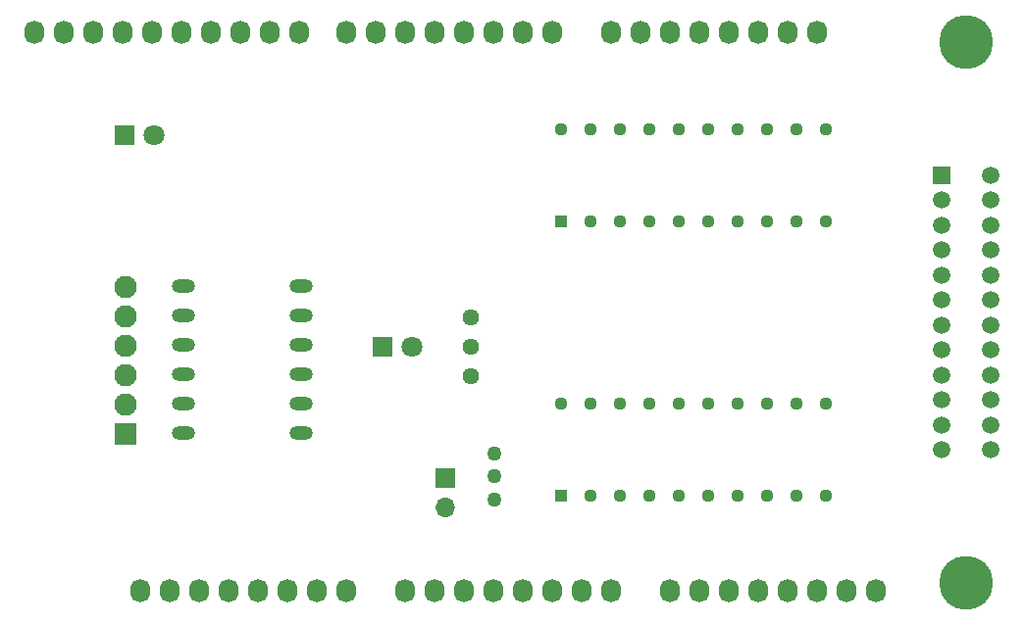
<source format=gbr>
%TF.GenerationSoftware,KiCad,Pcbnew,(6.0.0)*%
%TF.CreationDate,2022-02-01T22:46:00+00:00*%
%TF.ProjectId,AR488-Bluetooth,41523438-382d-4426-9c75-65746f6f7468,rev?*%
%TF.SameCoordinates,Original*%
%TF.FileFunction,Soldermask,Bot*%
%TF.FilePolarity,Negative*%
%FSLAX46Y46*%
G04 Gerber Fmt 4.6, Leading zero omitted, Abs format (unit mm)*
G04 Created by KiCad (PCBNEW (6.0.0)) date 2022-02-01 22:46:00*
%MOMM*%
%LPD*%
G01*
G04 APERTURE LIST*
%ADD10O,1.727200X2.032000*%
%ADD11R,1.130000X1.130000*%
%ADD12C,1.130000*%
%ADD13R,1.800000X1.800000*%
%ADD14C,1.800000*%
%ADD15C,1.270000*%
%ADD16C,1.440000*%
%ADD17O,2.000000X1.200000*%
%ADD18R,1.500000X1.500000*%
%ADD19C,1.500000*%
%ADD20C,4.650000*%
%ADD21R,1.950000X1.950000*%
%ADD22C,1.950000*%
%ADD23R,1.700000X1.700000*%
%ADD24O,1.700000X1.700000*%
G04 APERTURE END LIST*
D10*
%TO.C,P2*%
X131318000Y-119126000D03*
X133858000Y-119126000D03*
X136398000Y-119126000D03*
X138938000Y-119126000D03*
X141478000Y-119126000D03*
X144018000Y-119126000D03*
X146558000Y-119126000D03*
X149098000Y-119126000D03*
%TD*%
%TO.C,P3*%
X154178000Y-119126000D03*
X156718000Y-119126000D03*
X159258000Y-119126000D03*
X161798000Y-119126000D03*
X164338000Y-119126000D03*
X166878000Y-119126000D03*
X169418000Y-119126000D03*
X171958000Y-119126000D03*
%TD*%
%TO.C,P4*%
X177038000Y-119126000D03*
X179578000Y-119126000D03*
X182118000Y-119126000D03*
X184658000Y-119126000D03*
X187198000Y-119126000D03*
X189738000Y-119126000D03*
X192278000Y-119126000D03*
X194818000Y-119126000D03*
%TD*%
%TO.C,P5*%
X122174000Y-70866000D03*
X124714000Y-70866000D03*
X127254000Y-70866000D03*
X129794000Y-70866000D03*
X132334000Y-70866000D03*
X134874000Y-70866000D03*
X137414000Y-70866000D03*
X139954000Y-70866000D03*
X142494000Y-70866000D03*
X145034000Y-70866000D03*
%TD*%
%TO.C,P6*%
X149098000Y-70866000D03*
X151638000Y-70866000D03*
X154178000Y-70866000D03*
X156718000Y-70866000D03*
X159258000Y-70866000D03*
X161798000Y-70866000D03*
X164338000Y-70866000D03*
X166878000Y-70866000D03*
%TD*%
%TO.C,P7*%
X171958000Y-70866000D03*
X174498000Y-70866000D03*
X177038000Y-70866000D03*
X179578000Y-70866000D03*
X182118000Y-70866000D03*
X184658000Y-70866000D03*
X187198000Y-70866000D03*
X189738000Y-70866000D03*
%TD*%
D11*
%TO.C,U1*%
X167665400Y-110896800D03*
D12*
X170205400Y-110896800D03*
X172745400Y-110896800D03*
X175285400Y-110896800D03*
X177825400Y-110896800D03*
X180365400Y-110896800D03*
X182905400Y-110896800D03*
X185445400Y-110896800D03*
X187985400Y-110896800D03*
X190525400Y-110896800D03*
X190525400Y-102956800D03*
X187985400Y-102956800D03*
X185445400Y-102956800D03*
X182905400Y-102956800D03*
X180365400Y-102956800D03*
X177825400Y-102956800D03*
X175285400Y-102956800D03*
X172745400Y-102956800D03*
X170205400Y-102956800D03*
X167665400Y-102956800D03*
%TD*%
D13*
%TO.C,D2*%
X152217200Y-98018600D03*
D14*
X154757200Y-98018600D03*
%TD*%
D15*
%TO.C,SW1*%
X161899600Y-111220000D03*
X161899600Y-109220000D03*
X161899600Y-107220000D03*
%TD*%
D16*
%TO.C,RV1*%
X159885600Y-95443200D03*
X159885600Y-97983200D03*
X159885600Y-100523200D03*
%TD*%
D17*
%TO.C,U3*%
X135026400Y-92735400D03*
X135026400Y-95275400D03*
X135026400Y-97815400D03*
X135026400Y-100355400D03*
X135026400Y-102895400D03*
X135026400Y-105435400D03*
X145186400Y-105435400D03*
X145186400Y-102895400D03*
X145186400Y-100355400D03*
X145186400Y-97815400D03*
X145186400Y-95275400D03*
X145186400Y-92735400D03*
%TD*%
D18*
%TO.C,J1*%
X200462200Y-83166800D03*
D19*
X200462200Y-85326800D03*
X200462200Y-87486800D03*
X200462200Y-89646800D03*
X200462200Y-91806800D03*
X200462200Y-93966800D03*
X200462200Y-96126800D03*
X200462200Y-98286800D03*
X200462200Y-100446800D03*
X200462200Y-102606800D03*
X200462200Y-104766800D03*
X200462200Y-106926800D03*
X204752200Y-83166800D03*
X204752200Y-85326800D03*
X204752200Y-87486800D03*
X204752200Y-89646800D03*
X204752200Y-91806800D03*
X204752200Y-93966800D03*
X204752200Y-96126800D03*
X204752200Y-98286800D03*
X204752200Y-100446800D03*
X204752200Y-102606800D03*
X204752200Y-104766800D03*
X204752200Y-106926800D03*
D20*
X202607200Y-118446800D03*
X202607200Y-71646800D03*
%TD*%
D11*
%TO.C,U2*%
X167665400Y-87136800D03*
D12*
X170205400Y-87136800D03*
X172745400Y-87136800D03*
X175285400Y-87136800D03*
X177825400Y-87136800D03*
X180365400Y-87136800D03*
X182905400Y-87136800D03*
X185445400Y-87136800D03*
X187985400Y-87136800D03*
X190525400Y-87136800D03*
X190525400Y-79196800D03*
X187985400Y-79196800D03*
X185445400Y-79196800D03*
X182905400Y-79196800D03*
X180365400Y-79196800D03*
X177825400Y-79196800D03*
X175285400Y-79196800D03*
X172745400Y-79196800D03*
X170205400Y-79196800D03*
X167665400Y-79196800D03*
%TD*%
D21*
%TO.C,J3*%
X130073400Y-105562400D03*
D22*
X130073400Y-103022400D03*
X130073400Y-100482400D03*
X130073400Y-97942400D03*
X130073400Y-95402400D03*
X130073400Y-92862400D03*
%TD*%
D13*
%TO.C,D1*%
X129970200Y-79730600D03*
D14*
X132510200Y-79730600D03*
%TD*%
D23*
%TO.C,BT1*%
X157657800Y-109367400D03*
D24*
X157657800Y-111907400D03*
%TD*%
M02*

</source>
